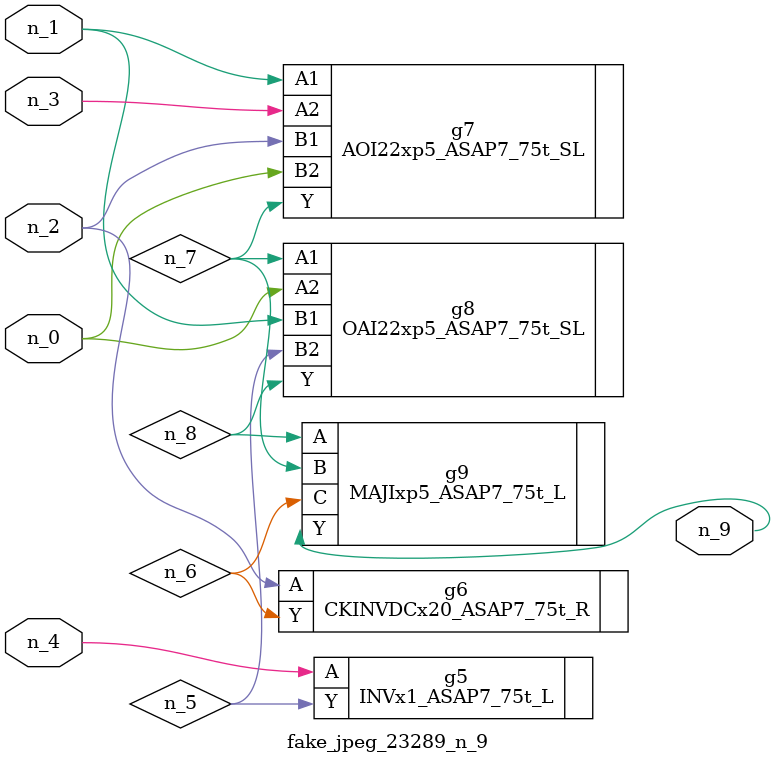
<source format=v>
module fake_jpeg_23289_n_9 (n_3, n_2, n_1, n_0, n_4, n_9);

input n_3;
input n_2;
input n_1;
input n_0;
input n_4;

output n_9;

wire n_8;
wire n_6;
wire n_5;
wire n_7;

INVx1_ASAP7_75t_L g5 ( 
.A(n_4),
.Y(n_5)
);

CKINVDCx20_ASAP7_75t_R g6 ( 
.A(n_2),
.Y(n_6)
);

AOI22xp5_ASAP7_75t_SL g7 ( 
.A1(n_1),
.A2(n_3),
.B1(n_2),
.B2(n_0),
.Y(n_7)
);

OAI22xp5_ASAP7_75t_SL g8 ( 
.A1(n_7),
.A2(n_0),
.B1(n_1),
.B2(n_5),
.Y(n_8)
);

MAJIxp5_ASAP7_75t_L g9 ( 
.A(n_8),
.B(n_7),
.C(n_6),
.Y(n_9)
);


endmodule
</source>
